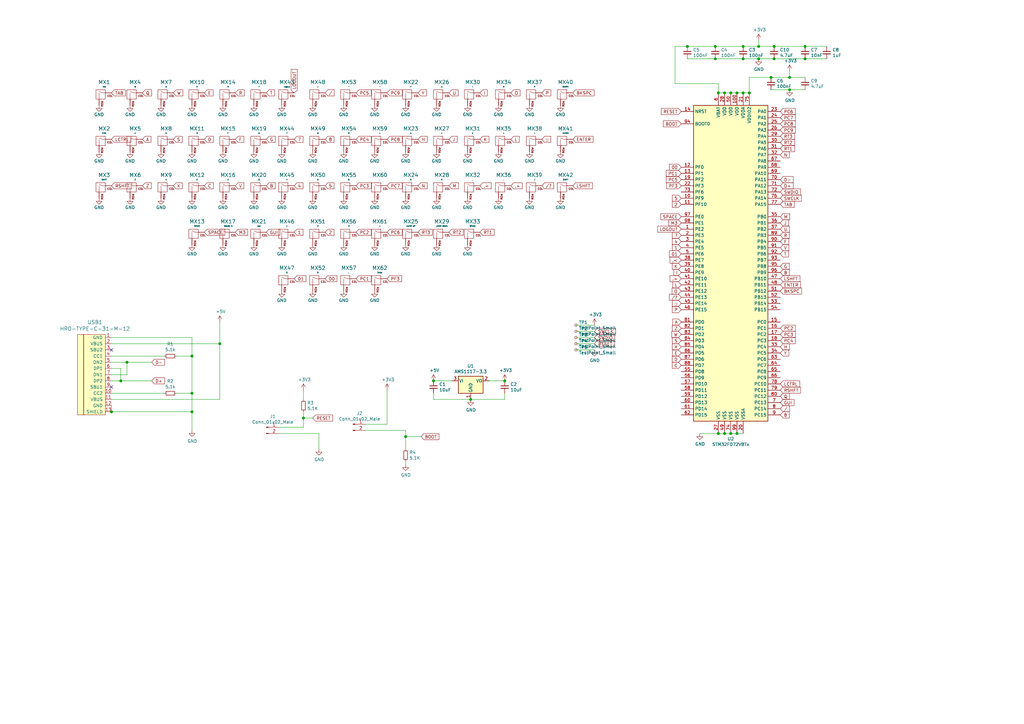
<source format=kicad_sch>
(kicad_sch (version 20210126) (generator eeschema)
  (paper "A3")
  (junction (at 45.72 168.91) (diameter 1.016))
  (junction (at 49.53 156.21) (diameter 1.016))
  (junction (at 52.07 148.59) (diameter 1.016))
  (junction (at 78.74 146.05) (diameter 1.016))
  (junction (at 78.74 161.29) (diameter 1.016))
  (junction (at 78.74 168.91) (diameter 1.016))
  (junction (at 90.17 140.97) (diameter 1.016))
  (junction (at 124.46 171.45) (diameter 1.016))
  (junction (at 166.37 179.07) (diameter 1.016))
  (junction (at 177.8 156.21) (diameter 1.016))
  (junction (at 193.04 163.83) (diameter 1.016))
  (junction (at 207.01 156.21) (diameter 1.016))
  (junction (at 281.94 19.05) (diameter 1.016))
  (junction (at 293.37 19.05) (diameter 1.016))
  (junction (at 293.37 24.13) (diameter 1.016))
  (junction (at 294.64 38.1) (diameter 1.016))
  (junction (at 294.64 177.8) (diameter 1.016))
  (junction (at 297.18 38.1) (diameter 1.016))
  (junction (at 297.18 177.8) (diameter 1.016))
  (junction (at 299.72 38.1) (diameter 1.016))
  (junction (at 299.72 177.8) (diameter 1.016))
  (junction (at 302.26 38.1) (diameter 1.016))
  (junction (at 302.26 177.8) (diameter 1.016))
  (junction (at 304.8 19.05) (diameter 1.016))
  (junction (at 304.8 24.13) (diameter 1.016))
  (junction (at 304.8 38.1) (diameter 1.016))
  (junction (at 307.34 38.1) (diameter 1.016))
  (junction (at 311.15 19.05) (diameter 1.016))
  (junction (at 311.15 24.13) (diameter 1.016))
  (junction (at 316.23 31.75) (diameter 1.016))
  (junction (at 317.5 19.05) (diameter 1.016))
  (junction (at 317.5 24.13) (diameter 1.016))
  (junction (at 323.85 31.75) (diameter 1.016))
  (junction (at 323.85 36.83) (diameter 1.016))
  (junction (at 330.2 19.05) (diameter 1.016))
  (junction (at 330.2 24.13) (diameter 1.016))
  (no_connect (at 45.72 143.51))
  (no_connect (at 45.72 158.75))
  (wire (pts (xy 45.72 138.43) (xy 78.74 138.43)))
  (wire (pts (xy 45.72 140.97) (xy 90.17 140.97)))
  (wire (pts (xy 45.72 146.05) (xy 67.31 146.05)))
  (wire (pts (xy 45.72 148.59) (xy 52.07 148.59)))
  (wire (pts (xy 45.72 151.13) (xy 49.53 151.13)))
  (wire (pts (xy 45.72 153.67) (xy 52.07 153.67)))
  (wire (pts (xy 45.72 156.21) (xy 49.53 156.21)))
  (wire (pts (xy 45.72 161.29) (xy 67.31 161.29)))
  (wire (pts (xy 45.72 163.83) (xy 90.17 163.83)))
  (wire (pts (xy 45.72 166.37) (xy 45.72 168.91)))
  (wire (pts (xy 45.72 168.91) (xy 78.74 168.91)))
  (wire (pts (xy 49.53 151.13) (xy 49.53 156.21)))
  (wire (pts (xy 49.53 156.21) (xy 62.23 156.21)))
  (wire (pts (xy 52.07 148.59) (xy 62.23 148.59)))
  (wire (pts (xy 52.07 153.67) (xy 52.07 148.59)))
  (wire (pts (xy 72.39 146.05) (xy 78.74 146.05)))
  (wire (pts (xy 72.39 161.29) (xy 78.74 161.29)))
  (wire (pts (xy 78.74 138.43) (xy 78.74 146.05)))
  (wire (pts (xy 78.74 146.05) (xy 78.74 161.29)))
  (wire (pts (xy 78.74 161.29) (xy 78.74 168.91)))
  (wire (pts (xy 78.74 168.91) (xy 78.74 176.53)))
  (wire (pts (xy 90.17 140.97) (xy 90.17 132.08)))
  (wire (pts (xy 90.17 163.83) (xy 90.17 140.97)))
  (wire (pts (xy 114.3 175.26) (xy 124.46 175.26)))
  (wire (pts (xy 124.46 160.02) (xy 124.46 163.83)))
  (wire (pts (xy 124.46 171.45) (xy 124.46 168.91)))
  (wire (pts (xy 124.46 171.45) (xy 128.27 171.45)))
  (wire (pts (xy 124.46 175.26) (xy 124.46 171.45)))
  (wire (pts (xy 130.81 177.8) (xy 114.3 177.8)))
  (wire (pts (xy 130.81 184.15) (xy 130.81 177.8)))
  (wire (pts (xy 158.75 160.02) (xy 158.75 173.99)))
  (wire (pts (xy 158.75 173.99) (xy 149.86 173.99)))
  (wire (pts (xy 166.37 176.53) (xy 149.86 176.53)))
  (wire (pts (xy 166.37 176.53) (xy 166.37 179.07)))
  (wire (pts (xy 166.37 179.07) (xy 166.37 184.15)))
  (wire (pts (xy 166.37 179.07) (xy 172.72 179.07)))
  (wire (pts (xy 166.37 190.5) (xy 166.37 189.23)))
  (wire (pts (xy 177.8 156.21) (xy 185.42 156.21)))
  (wire (pts (xy 177.8 163.83) (xy 177.8 161.29)))
  (wire (pts (xy 193.04 163.83) (xy 177.8 163.83)))
  (wire (pts (xy 200.66 156.21) (xy 207.01 156.21)))
  (wire (pts (xy 207.01 161.29) (xy 207.01 163.83)))
  (wire (pts (xy 207.01 163.83) (xy 193.04 163.83)))
  (wire (pts (xy 236.22 133.35) (xy 243.84 133.35)))
  (wire (pts (xy 236.22 135.89) (xy 243.84 135.89)))
  (wire (pts (xy 236.22 138.43) (xy 243.84 138.43)))
  (wire (pts (xy 236.22 140.97) (xy 243.84 140.97)))
  (wire (pts (xy 236.22 143.51) (xy 243.84 143.51)))
  (wire (pts (xy 276.86 19.05) (xy 276.86 34.29)))
  (wire (pts (xy 276.86 34.29) (xy 294.64 34.29)))
  (wire (pts (xy 281.94 19.05) (xy 276.86 19.05)))
  (wire (pts (xy 281.94 19.05) (xy 293.37 19.05)))
  (wire (pts (xy 281.94 24.13) (xy 293.37 24.13)))
  (wire (pts (xy 293.37 19.05) (xy 304.8 19.05)))
  (wire (pts (xy 293.37 24.13) (xy 304.8 24.13)))
  (wire (pts (xy 294.64 34.29) (xy 294.64 38.1)))
  (wire (pts (xy 294.64 38.1) (xy 297.18 38.1)))
  (wire (pts (xy 294.64 177.8) (xy 287.02 177.8)))
  (wire (pts (xy 297.18 38.1) (xy 299.72 38.1)))
  (wire (pts (xy 297.18 177.8) (xy 294.64 177.8)))
  (wire (pts (xy 299.72 38.1) (xy 302.26 38.1)))
  (wire (pts (xy 299.72 177.8) (xy 297.18 177.8)))
  (wire (pts (xy 302.26 38.1) (xy 304.8 38.1)))
  (wire (pts (xy 302.26 177.8) (xy 299.72 177.8)))
  (wire (pts (xy 304.8 19.05) (xy 311.15 19.05)))
  (wire (pts (xy 304.8 24.13) (xy 311.15 24.13)))
  (wire (pts (xy 304.8 38.1) (xy 307.34 38.1)))
  (wire (pts (xy 304.8 177.8) (xy 302.26 177.8)))
  (wire (pts (xy 307.34 31.75) (xy 316.23 31.75)))
  (wire (pts (xy 307.34 38.1) (xy 307.34 31.75)))
  (wire (pts (xy 311.15 16.51) (xy 311.15 19.05)))
  (wire (pts (xy 311.15 19.05) (xy 317.5 19.05)))
  (wire (pts (xy 311.15 24.13) (xy 317.5 24.13)))
  (wire (pts (xy 316.23 31.75) (xy 323.85 31.75)))
  (wire (pts (xy 316.23 36.83) (xy 323.85 36.83)))
  (wire (pts (xy 317.5 19.05) (xy 330.2 19.05)))
  (wire (pts (xy 317.5 24.13) (xy 330.2 24.13)))
  (wire (pts (xy 323.85 29.21) (xy 323.85 31.75)))
  (wire (pts (xy 323.85 31.75) (xy 330.2 31.75)))
  (wire (pts (xy 323.85 36.83) (xy 330.2 36.83)))
  (wire (pts (xy 330.2 19.05) (xy 339.09 19.05)))
  (wire (pts (xy 330.2 24.13) (xy 339.09 24.13)))
  (global_label "TAB" (shape input) (at 45.72 38.1 0) (property "Intersheet References" "${INTERSHEET_REFS}" (effects hide)))
  (global_label "LCTRL" (shape input) (at 45.72 57.15 0) (property "Intersheet References" "${INTERSHEET_REFS}" (effects hide)))
  (global_label "RSHFT" (shape input) (at 45.72 76.2 0) (property "Intersheet References" "${INTERSHEET_REFS}" (effects hide)))
  (global_label "Q" (shape input) (at 58.42 38.1 0) (property "Intersheet References" "${INTERSHEET_REFS}" (effects hide)))
  (global_label "A" (shape input) (at 58.42 57.15 0) (property "Intersheet References" "${INTERSHEET_REFS}" (effects hide)))
  (global_label "Z" (shape input) (at 58.42 76.2 0) (property "Intersheet References" "${INTERSHEET_REFS}" (effects hide)))
  (global_label "D-" (shape input) (at 62.23 148.59 0) (property "Intersheet References" "${INTERSHEET_REFS}" (effects hide)))
  (global_label "D+" (shape input) (at 62.23 156.21 0) (property "Intersheet References" "${INTERSHEET_REFS}" (effects hide)))
  (global_label "W" (shape input) (at 71.12 38.1 0) (property "Intersheet References" "${INTERSHEET_REFS}" (effects hide)))
  (global_label "S" (shape input) (at 71.12 57.15 0) (property "Intersheet References" "${INTERSHEET_REFS}" (effects hide)))
  (global_label "X" (shape input) (at 71.12 76.2 0) (property "Intersheet References" "${INTERSHEET_REFS}" (effects hide)))
  (global_label "E" (shape input) (at 83.82 38.1 0) (property "Intersheet References" "${INTERSHEET_REFS}" (effects hide)))
  (global_label "D" (shape input) (at 83.82 57.15 0) (property "Intersheet References" "${INTERSHEET_REFS}" (effects hide)))
  (global_label "C" (shape input) (at 83.82 76.2 0) (property "Intersheet References" "${INTERSHEET_REFS}" (effects hide)))
  (global_label "SPACE" (shape input) (at 83.82 95.25 0) (property "Intersheet References" "${INTERSHEET_REFS}" (effects hide)))
  (global_label "R" (shape input) (at 96.52 38.1 0) (property "Intersheet References" "${INTERSHEET_REFS}" (effects hide)))
  (global_label "F" (shape input) (at 96.52 57.15 0) (property "Intersheet References" "${INTERSHEET_REFS}" (effects hide)))
  (global_label "V" (shape input) (at 96.52 76.2 0) (property "Intersheet References" "${INTERSHEET_REFS}" (effects hide)))
  (global_label "M3" (shape input) (at 96.52 95.25 0) (property "Intersheet References" "${INTERSHEET_REFS}" (effects hide)))
  (global_label "T" (shape input) (at 109.22 38.1 0) (property "Intersheet References" "${INTERSHEET_REFS}" (effects hide)))
  (global_label "G" (shape input) (at 109.22 57.15 0) (property "Intersheet References" "${INTERSHEET_REFS}" (effects hide)))
  (global_label "B" (shape input) (at 109.22 76.2 0) (property "Intersheet References" "${INTERSHEET_REFS}" (effects hide)))
  (global_label "GUI" (shape input) (at 109.22 95.25 0) (property "Intersheet References" "${INTERSHEET_REFS}" (effects hide)))
  (global_label "LOGOUT" (shape input) (at 120.65 38.1 90) (property "Intersheet References" "${INTERSHEET_REFS}" (effects hide)))
  (global_label "7" (shape input) (at 120.65 57.15 0) (property "Intersheet References" "${INTERSHEET_REFS}" (effects hide)))
  (global_label "4" (shape input) (at 120.65 76.2 0) (property "Intersheet References" "${INTERSHEET_REFS}" (effects hide)))
  (global_label "1" (shape input) (at 120.65 95.25 0) (property "Intersheet References" "${INTERSHEET_REFS}" (effects hide)))
  (global_label "01" (shape input) (at 120.65 114.3 0) (property "Intersheet References" "${INTERSHEET_REFS}" (effects hide)))
  (global_label "RESET" (shape input) (at 128.27 171.45 0) (property "Intersheet References" "${INTERSHEET_REFS}" (effects hide)))
  (global_label "{slash}" (shape input) (at 133.35 38.1 0) (property "Intersheet References" "${INTERSHEET_REFS}" (effects hide)))
  (global_label "8" (shape input) (at 133.35 57.15 0) (property "Intersheet References" "${INTERSHEET_REFS}" (effects hide)))
  (global_label "5" (shape input) (at 133.35 76.2 0) (property "Intersheet References" "${INTERSHEET_REFS}" (effects hide)))
  (global_label "2" (shape input) (at 133.35 95.25 0) (property "Intersheet References" "${INTERSHEET_REFS}" (effects hide)))
  (global_label "00" (shape input) (at 133.35 114.3 0) (property "Intersheet References" "${INTERSHEET_REFS}" (effects hide)))
  (global_label "PC5" (shape input) (at 146.05 38.1 0) (property "Intersheet References" "${INTERSHEET_REFS}" (effects hide)))
  (global_label "PC4" (shape input) (at 146.05 57.15 0) (property "Intersheet References" "${INTERSHEET_REFS}" (effects hide)))
  (global_label "PC3" (shape input) (at 146.05 76.2 0) (property "Intersheet References" "${INTERSHEET_REFS}" (effects hide)))
  (global_label "PC2" (shape input) (at 146.05 95.25 0) (property "Intersheet References" "${INTERSHEET_REFS}" (effects hide)))
  (global_label "PC1" (shape input) (at 146.05 114.3 0) (property "Intersheet References" "${INTERSHEET_REFS}" (effects hide)))
  (global_label "PC9" (shape input) (at 158.75 38.1 0) (property "Intersheet References" "${INTERSHEET_REFS}" (effects hide)))
  (global_label "PC8" (shape input) (at 158.75 57.15 0) (property "Intersheet References" "${INTERSHEET_REFS}" (effects hide)))
  (global_label "PC7" (shape input) (at 158.75 76.2 0) (property "Intersheet References" "${INTERSHEET_REFS}" (effects hide)))
  (global_label "PC6" (shape input) (at 158.75 95.25 0) (property "Intersheet References" "${INTERSHEET_REFS}" (effects hide)))
  (global_label "PF3" (shape input) (at 158.75 114.3 0) (property "Intersheet References" "${INTERSHEET_REFS}" (effects hide)))
  (global_label "Y" (shape input) (at 171.45 38.1 0) (property "Intersheet References" "${INTERSHEET_REFS}" (effects hide)))
  (global_label "H" (shape input) (at 171.45 57.15 0) (property "Intersheet References" "${INTERSHEET_REFS}" (effects hide)))
  (global_label "N" (shape input) (at 171.45 76.2 0) (property "Intersheet References" "${INTERSHEET_REFS}" (effects hide)))
  (global_label "RT3" (shape input) (at 171.45 95.25 0) (property "Intersheet References" "${INTERSHEET_REFS}" (effects hide)))
  (global_label "BOOT" (shape input) (at 172.72 179.07 0) (property "Intersheet References" "${INTERSHEET_REFS}" (effects hide)))
  (global_label "U" (shape input) (at 184.15 38.1 0) (property "Intersheet References" "${INTERSHEET_REFS}" (effects hide)))
  (global_label "J" (shape input) (at 184.15 57.15 0) (property "Intersheet References" "${INTERSHEET_REFS}" (effects hide)))
  (global_label "M" (shape input) (at 184.15 76.2 0) (property "Intersheet References" "${INTERSHEET_REFS}" (effects hide)))
  (global_label "RT2" (shape input) (at 184.15 95.25 0) (property "Intersheet References" "${INTERSHEET_REFS}" (effects hide)))
  (global_label "I" (shape input) (at 196.85 38.1 0) (property "Intersheet References" "${INTERSHEET_REFS}" (effects hide)))
  (global_label "K" (shape input) (at 196.85 57.15 0) (property "Intersheet References" "${INTERSHEET_REFS}" (effects hide)))
  (global_label ",<" (shape input) (at 196.85 76.2 0) (property "Intersheet References" "${INTERSHEET_REFS}" (effects hide)))
  (global_label "RT1" (shape input) (at 196.85 95.25 0) (property "Intersheet References" "${INTERSHEET_REFS}" (effects hide)))
  (global_label "O" (shape input) (at 209.55 38.1 0) (property "Intersheet References" "${INTERSHEET_REFS}" (effects hide)))
  (global_label "L" (shape input) (at 209.55 57.15 0) (property "Intersheet References" "${INTERSHEET_REFS}" (effects hide)))
  (global_label ".>" (shape input) (at 209.55 76.2 0) (property "Intersheet References" "${INTERSHEET_REFS}" (effects hide)))
  (global_label "P" (shape input) (at 222.25 38.1 0) (property "Intersheet References" "${INTERSHEET_REFS}" (effects hide)))
  (global_label ";:" (shape input) (at 222.25 57.15 0) (property "Intersheet References" "${INTERSHEET_REFS}" (effects hide)))
  (global_label "{slash}?" (shape input) (at 222.25 76.2 0) (property "Intersheet References" "${INTERSHEET_REFS}" (effects hide)))
  (global_label "BKSPC" (shape input) (at 234.95 38.1 0) (property "Intersheet References" "${INTERSHEET_REFS}" (effects hide)))
  (global_label "ENTER" (shape input) (at 234.95 57.15 0) (property "Intersheet References" "${INTERSHEET_REFS}" (effects hide)))
  (global_label "LSHFT" (shape input) (at 234.95 76.2 0) (property "Intersheet References" "${INTERSHEET_REFS}" (effects hide)))
  (global_label "SWCLK" (shape input) (at 243.84 135.89 0) (property "Intersheet References" "${INTERSHEET_REFS}" (effects hide)))
  (global_label "SWDIO" (shape input) (at 243.84 138.43 0) (property "Intersheet References" "${INTERSHEET_REFS}" (effects hide)))
  (global_label "RESET" (shape input) (at 243.84 140.97 0) (property "Intersheet References" "${INTERSHEET_REFS}" (effects hide)))
  (global_label "RESET" (shape input) (at 279.4 45.72 180) (property "Intersheet References" "${INTERSHEET_REFS}" (effects hide)))
  (global_label "BOOT" (shape input) (at 279.4 50.8 180) (property "Intersheet References" "${INTERSHEET_REFS}" (effects hide)))
  (global_label "00" (shape input) (at 279.4 68.58 180) (property "Intersheet References" "${INTERSHEET_REFS}" (effects hide)))
  (global_label "PC1" (shape input) (at 279.4 71.12 180) (property "Intersheet References" "${INTERSHEET_REFS}" (effects hide)))
  (global_label "PC5" (shape input) (at 279.4 73.66 180) (property "Intersheet References" "${INTERSHEET_REFS}" (effects hide)))
  (global_label "PF3" (shape input) (at 279.4 76.2 180) (property "Intersheet References" "${INTERSHEET_REFS}" (effects hide)))
  (global_label "5" (shape input) (at 279.4 81.28 180) (property "Intersheet References" "${INTERSHEET_REFS}" (effects hide)))
  (global_label "2" (shape input) (at 279.4 83.82 180) (property "Intersheet References" "${INTERSHEET_REFS}" (effects hide)))
  (global_label "SPACE" (shape input) (at 279.4 88.9 180) (property "Intersheet References" "${INTERSHEET_REFS}" (effects hide)))
  (global_label "M3" (shape input) (at 279.4 91.44 180) (property "Intersheet References" "${INTERSHEET_REFS}" (effects hide)))
  (global_label "LOGOUT" (shape input) (at 279.4 93.98 180) (property "Intersheet References" "${INTERSHEET_REFS}" (effects hide)))
  (global_label "7" (shape input) (at 279.4 96.52 180) (property "Intersheet References" "${INTERSHEET_REFS}" (effects hide)))
  (global_label "4" (shape input) (at 279.4 99.06 180) (property "Intersheet References" "${INTERSHEET_REFS}" (effects hide)))
  (global_label "1" (shape input) (at 279.4 101.6 180) (property "Intersheet References" "${INTERSHEET_REFS}" (effects hide)))
  (global_label "01" (shape input) (at 279.4 104.14 180) (property "Intersheet References" "${INTERSHEET_REFS}" (effects hide)))
  (global_label ",<" (shape input) (at 279.4 106.68 180) (property "Intersheet References" "${INTERSHEET_REFS}" (effects hide)))
  (global_label "K" (shape input) (at 279.4 109.22 180) (property "Intersheet References" "${INTERSHEET_REFS}" (effects hide)))
  (global_label "I" (shape input) (at 279.4 111.76 180) (property "Intersheet References" "${INTERSHEET_REFS}" (effects hide)))
  (global_label ".>" (shape input) (at 279.4 114.3 180) (property "Intersheet References" "${INTERSHEET_REFS}" (effects hide)))
  (global_label "L" (shape input) (at 279.4 116.84 180) (property "Intersheet References" "${INTERSHEET_REFS}" (effects hide)))
  (global_label "O" (shape input) (at 279.4 119.38 180) (property "Intersheet References" "${INTERSHEET_REFS}" (effects hide)))
  (global_label "{slash}?" (shape input) (at 279.4 121.92 180) (property "Intersheet References" "${INTERSHEET_REFS}" (effects hide)))
  (global_label ";:" (shape input) (at 279.4 124.46 180) (property "Intersheet References" "${INTERSHEET_REFS}" (effects hide)))
  (global_label "P" (shape input) (at 279.4 127 180) (property "Intersheet References" "${INTERSHEET_REFS}" (effects hide)))
  (global_label "A" (shape input) (at 279.4 132.08 180) (property "Intersheet References" "${INTERSHEET_REFS}" (effects hide)))
  (global_label "Z" (shape input) (at 279.4 134.62 180) (property "Intersheet References" "${INTERSHEET_REFS}" (effects hide)))
  (global_label "W" (shape input) (at 279.4 137.16 180) (property "Intersheet References" "${INTERSHEET_REFS}" (effects hide)))
  (global_label "S" (shape input) (at 279.4 139.7 180) (property "Intersheet References" "${INTERSHEET_REFS}" (effects hide)))
  (global_label "X" (shape input) (at 279.4 142.24 180) (property "Intersheet References" "${INTERSHEET_REFS}" (effects hide)))
  (global_label "E" (shape input) (at 279.4 144.78 180) (property "Intersheet References" "${INTERSHEET_REFS}" (effects hide)))
  (global_label "D" (shape input) (at 279.4 147.32 180) (property "Intersheet References" "${INTERSHEET_REFS}" (effects hide)))
  (global_label "C" (shape input) (at 279.4 149.86 180) (property "Intersheet References" "${INTERSHEET_REFS}" (effects hide)))
  (global_label "PC6" (shape input) (at 320.04 45.72 0) (property "Intersheet References" "${INTERSHEET_REFS}" (effects hide)))
  (global_label "PC7" (shape input) (at 320.04 48.26 0) (property "Intersheet References" "${INTERSHEET_REFS}" (effects hide)))
  (global_label "PC8" (shape input) (at 320.04 50.8 0) (property "Intersheet References" "${INTERSHEET_REFS}" (effects hide)))
  (global_label "PC9" (shape input) (at 320.04 53.34 0) (property "Intersheet References" "${INTERSHEET_REFS}" (effects hide)))
  (global_label "RT3" (shape input) (at 320.04 55.88 0) (property "Intersheet References" "${INTERSHEET_REFS}" (effects hide)))
  (global_label "RT2" (shape input) (at 320.04 58.42 0) (property "Intersheet References" "${INTERSHEET_REFS}" (effects hide)))
  (global_label "RT1" (shape input) (at 320.04 60.96 0) (property "Intersheet References" "${INTERSHEET_REFS}" (effects hide)))
  (global_label "N" (shape input) (at 320.04 63.5 0) (property "Intersheet References" "${INTERSHEET_REFS}" (effects hide)))
  (global_label "D-" (shape input) (at 320.04 73.66 0) (property "Intersheet References" "${INTERSHEET_REFS}" (effects hide)))
  (global_label "D+" (shape input) (at 320.04 76.2 0) (property "Intersheet References" "${INTERSHEET_REFS}" (effects hide)))
  (global_label "SWDIO" (shape input) (at 320.04 78.74 0) (property "Intersheet References" "${INTERSHEET_REFS}" (effects hide)))
  (global_label "SWCLK" (shape input) (at 320.04 81.28 0) (property "Intersheet References" "${INTERSHEET_REFS}" (effects hide)))
  (global_label "TAB" (shape input) (at 320.04 83.82 0) (property "Intersheet References" "${INTERSHEET_REFS}" (effects hide)))
  (global_label "M" (shape input) (at 320.04 88.9 0) (property "Intersheet References" "${INTERSHEET_REFS}" (effects hide)))
  (global_label "J" (shape input) (at 320.04 91.44 0) (property "Intersheet References" "${INTERSHEET_REFS}" (effects hide)))
  (global_label "U" (shape input) (at 320.04 93.98 0) (property "Intersheet References" "${INTERSHEET_REFS}" (effects hide)))
  (global_label "R" (shape input) (at 320.04 96.52 0) (property "Intersheet References" "${INTERSHEET_REFS}" (effects hide)))
  (global_label "F" (shape input) (at 320.04 99.06 0) (property "Intersheet References" "${INTERSHEET_REFS}" (effects hide)))
  (global_label "V" (shape input) (at 320.04 101.6 0) (property "Intersheet References" "${INTERSHEET_REFS}" (effects hide)))
  (global_label "T" (shape input) (at 320.04 104.14 0) (property "Intersheet References" "${INTERSHEET_REFS}" (effects hide)))
  (global_label "G" (shape input) (at 320.04 109.22 0) (property "Intersheet References" "${INTERSHEET_REFS}" (effects hide)))
  (global_label "B" (shape input) (at 320.04 111.76 0) (property "Intersheet References" "${INTERSHEET_REFS}" (effects hide)))
  (global_label "LSHFT" (shape input) (at 320.04 114.3 0) (property "Intersheet References" "${INTERSHEET_REFS}" (effects hide)))
  (global_label "ENTER" (shape input) (at 320.04 116.84 0) (property "Intersheet References" "${INTERSHEET_REFS}" (effects hide)))
  (global_label "BKSPC" (shape input) (at 320.04 119.38 0) (property "Intersheet References" "${INTERSHEET_REFS}" (effects hide)))
  (global_label "PC2" (shape input) (at 320.04 134.62 0) (property "Intersheet References" "${INTERSHEET_REFS}" (effects hide)))
  (global_label "PC3" (shape input) (at 320.04 137.16 0) (property "Intersheet References" "${INTERSHEET_REFS}" (effects hide)))
  (global_label "PC4" (shape input) (at 320.04 139.7 0) (property "Intersheet References" "${INTERSHEET_REFS}" (effects hide)))
  (global_label "H" (shape input) (at 320.04 142.24 0) (property "Intersheet References" "${INTERSHEET_REFS}" (effects hide)))
  (global_label "Y" (shape input) (at 320.04 144.78 0) (property "Intersheet References" "${INTERSHEET_REFS}" (effects hide)))
  (global_label "LCTRL" (shape input) (at 320.04 157.48 0) (property "Intersheet References" "${INTERSHEET_REFS}" (effects hide)))
  (global_label "RSHFT" (shape input) (at 320.04 160.02 0) (property "Intersheet References" "${INTERSHEET_REFS}" (effects hide)))
  (global_label "Q" (shape input) (at 320.04 162.56 0) (property "Intersheet References" "${INTERSHEET_REFS}" (effects hide)))
  (global_label "GUI" (shape input) (at 320.04 165.1 0) (property "Intersheet References" "${INTERSHEET_REFS}" (effects hide)))
  (global_label "{slash}" (shape input) (at 320.04 167.64 0) (property "Intersheet References" "${INTERSHEET_REFS}" (effects hide)))
  (global_label "8" (shape input) (at 320.04 170.18 0) (property "Intersheet References" "${INTERSHEET_REFS}" (effects hide)))
  (symbol (lib_id "Connector:TestPoint_Small") (at 236.22 133.35 0) (unit 1)
    (property "Reference" "TP1" (at 237.3631 132.2006 0) (effects (justify left)))
    (property "Value" "TestPoint_Small" (at 237.3631 134.4993 0) (effects (justify left)))
    (property "Footprint" "TestPoint:TestPoint_Pad_D1.0mm" (effects hide))
  )
  (symbol (lib_id "Connector:TestPoint_Small") (at 236.22 135.89 0) (unit 1)
    (property "Reference" "TP2" (at 237.3631 134.7406 0) (effects (justify left)))
    (property "Value" "TestPoint_Small" (at 237.3631 137.0393 0) (effects (justify left)))
    (property "Footprint" "TestPoint:TestPoint_Pad_D1.0mm" (effects hide))
  )
  (symbol (lib_id "Connector:TestPoint_Small") (at 236.22 138.43 0) (unit 1)
    (property "Reference" "TP3" (at 237.3631 137.2806 0) (effects (justify left)))
    (property "Value" "TestPoint_Small" (at 237.3631 139.5793 0) (effects (justify left)))
    (property "Footprint" "TestPoint:TestPoint_Pad_D1.0mm" (effects hide))
  )
  (symbol (lib_id "Connector:TestPoint_Small") (at 236.22 140.97 0) (unit 1)
    (property "Reference" "TP4" (at 237.3631 139.8206 0) (effects (justify left)))
    (property "Value" "TestPoint_Small" (at 237.3631 142.1193 0) (effects (justify left)))
    (property "Footprint" "TestPoint:TestPoint_Pad_D1.0mm" (effects hide))
  )
  (symbol (lib_id "Connector:TestPoint_Small") (at 236.22 143.51 0) (unit 1)
    (property "Reference" "TP5" (at 237.3631 142.3606 0) (effects (justify left)))
    (property "Value" "TestPoint_Small" (at 237.3631 144.6593 0) (effects (justify left)))
    (property "Footprint" "TestPoint:TestPoint_Pad_D1.0mm" (effects hide))
  )
  (symbol (lib_id "power:+5V") (at 90.17 132.08 0) (unit 1)
    (property "Reference" "#PWR02" (effects hide))
    (property "Value" "+5V" (at 90.5383 127.7556 0))
  )
  (symbol (lib_id "power:+3V3") (at 124.46 160.02 0) (unit 1)
    (property "Reference" "#PWR070" (effects hide))
    (property "Value" "+3V3" (at 124.8283 155.6956 0))
  )
  (symbol (lib_id "power:+3V3") (at 158.75 160.02 0) (unit 1)
    (property "Reference" "#PWR072" (effects hide))
    (property "Value" "+3V3" (at 159.1183 155.6956 0))
  )
  (symbol (lib_id "power:+5V") (at 177.8 156.21 0) (unit 1)
    (property "Reference" "#PWR03" (effects hide))
    (property "Value" "+5V" (at 178.1683 151.8856 0))
  )
  (symbol (lib_id "power:+3V3") (at 207.01 156.21 0) (unit 1)
    (property "Reference" "#PWR05" (effects hide))
    (property "Value" "+3V3" (at 207.3783 151.8856 0))
  )
  (symbol (lib_id "power:+3V3") (at 243.84 133.35 0) (unit 1)
    (property "Reference" "#PWR074" (effects hide))
    (property "Value" "+3V3" (at 244.2083 129.0256 0))
  )
  (symbol (lib_id "power:+3V3") (at 311.15 16.51 0) (unit 1)
    (property "Reference" "#PWR?" (effects hide))
    (property "Value" "+3V3" (at 311.5183 12.1856 0))
  )
  (symbol (lib_id "power:+3V3") (at 323.85 29.21 0) (unit 1)
    (property "Reference" "#PWR?" (effects hide))
    (property "Value" "+3V3" (at 324.2183 24.8856 0))
  )
  (symbol (lib_id "power:GND") (at 40.64 43.18 0) (unit 1)
    (property "Reference" "#PWR08" (effects hide))
    (property "Value" "GND" (at 40.64 46.99 0))
    (property "Footprint" "Diode_SMD:D_0805_2012Metric_Pad1.15x1.40mm_HandSolder" (effects hide))
  )
  (symbol (lib_id "power:GND") (at 40.64 62.23 0) (unit 1)
    (property "Reference" "#PWR09" (effects hide))
    (property "Value" "GND" (at 40.64 66.04 0))
    (property "Footprint" "Diode_SMD:D_0805_2012Metric_Pad1.15x1.40mm_HandSolder" (effects hide))
  )
  (symbol (lib_id "power:GND") (at 40.64 81.28 0) (unit 1)
    (property "Reference" "#PWR010" (effects hide))
    (property "Value" "GND" (at 40.64 85.09 0))
    (property "Footprint" "Diode_SMD:D_0805_2012Metric_Pad1.15x1.40mm_HandSolder" (effects hide))
  )
  (symbol (lib_id "power:GND") (at 53.34 43.18 0) (unit 1)
    (property "Reference" "#PWR011" (effects hide))
    (property "Value" "GND" (at 53.34 46.99 0))
    (property "Footprint" "Diode_SMD:D_0805_2012Metric_Pad1.15x1.40mm_HandSolder" (effects hide))
  )
  (symbol (lib_id "power:GND") (at 53.34 62.23 0) (unit 1)
    (property "Reference" "#PWR012" (effects hide))
    (property "Value" "GND" (at 53.34 66.04 0))
    (property "Footprint" "Diode_SMD:D_0805_2012Metric_Pad1.15x1.40mm_HandSolder" (effects hide))
  )
  (symbol (lib_id "power:GND") (at 53.34 81.28 0) (unit 1)
    (property "Reference" "#PWR013" (effects hide))
    (property "Value" "GND" (at 53.34 85.09 0))
    (property "Footprint" "Diode_SMD:D_0805_2012Metric_Pad1.15x1.40mm_HandSolder" (effects hide))
  )
  (symbol (lib_id "power:GND") (at 66.04 43.18 0) (unit 1)
    (property "Reference" "#PWR014" (effects hide))
    (property "Value" "GND" (at 66.04 46.99 0))
    (property "Footprint" "Diode_SMD:D_0805_2012Metric_Pad1.15x1.40mm_HandSolder" (effects hide))
  )
  (symbol (lib_id "power:GND") (at 66.04 62.23 0) (unit 1)
    (property "Reference" "#PWR015" (effects hide))
    (property "Value" "GND" (at 66.04 66.04 0))
    (property "Footprint" "Diode_SMD:D_0805_2012Metric_Pad1.15x1.40mm_HandSolder" (effects hide))
  )
  (symbol (lib_id "power:GND") (at 66.04 81.28 0) (unit 1)
    (property "Reference" "#PWR016" (effects hide))
    (property "Value" "GND" (at 66.04 85.09 0))
    (property "Footprint" "Diode_SMD:D_0805_2012Metric_Pad1.15x1.40mm_HandSolder" (effects hide))
  )
  (symbol (lib_id "power:GND") (at 78.74 43.18 0) (unit 1)
    (property "Reference" "#PWR017" (effects hide))
    (property "Value" "GND" (at 78.74 46.99 0))
    (property "Footprint" "Diode_SMD:D_0805_2012Metric_Pad1.15x1.40mm_HandSolder" (effects hide))
  )
  (symbol (lib_id "power:GND") (at 78.74 62.23 0) (unit 1)
    (property "Reference" "#PWR018" (effects hide))
    (property "Value" "GND" (at 78.74 66.04 0))
    (property "Footprint" "Diode_SMD:D_0805_2012Metric_Pad1.15x1.40mm_HandSolder" (effects hide))
  )
  (symbol (lib_id "power:GND") (at 78.74 81.28 0) (unit 1)
    (property "Reference" "#PWR019" (effects hide))
    (property "Value" "GND" (at 78.74 85.09 0))
    (property "Footprint" "Diode_SMD:D_0805_2012Metric_Pad1.15x1.40mm_HandSolder" (effects hide))
  )
  (symbol (lib_id "power:GND") (at 78.74 100.33 0) (unit 1)
    (property "Reference" "#PWR020" (effects hide))
    (property "Value" "GND" (at 78.74 104.14 0))
    (property "Footprint" "Diode_SMD:D_0805_2012Metric_Pad1.15x1.40mm_HandSolder" (effects hide))
  )
  (symbol (lib_id "Hangulator-rescue:GND-power") (at 78.74 176.53 0) (unit 1)
    (property "Reference" "#PWR01" (effects hide))
    (property "Value" "GND" (at 78.867 180.9242 0))
  )
  (symbol (lib_id "power:GND") (at 91.44 43.18 0) (unit 1)
    (property "Reference" "#PWR021" (effects hide))
    (property "Value" "GND" (at 91.44 46.99 0))
    (property "Footprint" "Diode_SMD:D_0805_2012Metric_Pad1.15x1.40mm_HandSolder" (effects hide))
  )
  (symbol (lib_id "power:GND") (at 91.44 62.23 0) (unit 1)
    (property "Reference" "#PWR022" (effects hide))
    (property "Value" "GND" (at 91.44 66.04 0))
    (property "Footprint" "Diode_SMD:D_0805_2012Metric_Pad1.15x1.40mm_HandSolder" (effects hide))
  )
  (symbol (lib_id "power:GND") (at 91.44 81.28 0) (unit 1)
    (property "Reference" "#PWR023" (effects hide))
    (property "Value" "GND" (at 91.44 85.09 0))
    (property "Footprint" "Diode_SMD:D_0805_2012Metric_Pad1.15x1.40mm_HandSolder" (effects hide))
  )
  (symbol (lib_id "power:GND") (at 91.44 100.33 0) (unit 1)
    (property "Reference" "#PWR024" (effects hide))
    (property "Value" "GND" (at 91.44 104.14 0))
    (property "Footprint" "Diode_SMD:D_0805_2012Metric_Pad1.15x1.40mm_HandSolder" (effects hide))
  )
  (symbol (lib_id "power:GND") (at 104.14 43.18 0) (unit 1)
    (property "Reference" "#PWR025" (effects hide))
    (property "Value" "GND" (at 104.14 46.99 0))
    (property "Footprint" "Diode_SMD:D_0805_2012Metric_Pad1.15x1.40mm_HandSolder" (effects hide))
  )
  (symbol (lib_id "power:GND") (at 104.14 62.23 0) (unit 1)
    (property "Reference" "#PWR026" (effects hide))
    (property "Value" "GND" (at 104.14 66.04 0))
    (property "Footprint" "Diode_SMD:D_0805_2012Metric_Pad1.15x1.40mm_HandSolder" (effects hide))
  )
  (symbol (lib_id "power:GND") (at 104.14 81.28 0) (unit 1)
    (property "Reference" "#PWR027" (effects hide))
    (property "Value" "GND" (at 104.14 85.09 0))
    (property "Footprint" "Diode_SMD:D_0805_2012Metric_Pad1.15x1.40mm_HandSolder" (effects hide))
  )
  (symbol (lib_id "power:GND") (at 104.14 100.33 0) (unit 1)
    (property "Reference" "#PWR028" (effects hide))
    (property "Value" "GND" (at 104.14 104.14 0))
    (property "Footprint" "Diode_SMD:D_0805_2012Metric_Pad1.15x1.40mm_HandSolder" (effects hide))
  )
  (symbol (lib_id "power:GND") (at 115.57 43.18 0) (unit 1)
    (property "Reference" "#PWR029" (effects hide))
    (property "Value" "GND" (at 115.57 46.99 0))
    (property "Footprint" "Diode_SMD:D_0805_2012Metric_Pad1.15x1.40mm_HandSolder" (effects hide))
  )
  (symbol (lib_id "power:GND") (at 115.57 62.23 0) (unit 1)
    (property "Reference" "#PWR030" (effects hide))
    (property "Value" "GND" (at 115.57 66.04 0))
    (property "Footprint" "Diode_SMD:D_0805_2012Metric_Pad1.15x1.40mm_HandSolder" (effects hide))
  )
  (symbol (lib_id "power:GND") (at 115.57 81.28 0) (unit 1)
    (property "Reference" "#PWR031" (effects hide))
    (property "Value" "GND" (at 115.57 85.09 0))
    (property "Footprint" "Diode_SMD:D_0805_2012Metric_Pad1.15x1.40mm_HandSolder" (effects hide))
  )
  (symbol (lib_id "power:GND") (at 115.57 100.33 0) (unit 1)
    (property "Reference" "#PWR032" (effects hide))
    (property "Value" "GND" (at 115.57 104.14 0))
    (property "Footprint" "Diode_SMD:D_0805_2012Metric_Pad1.15x1.40mm_HandSolder" (effects hide))
  )
  (symbol (lib_id "power:GND") (at 115.57 119.38 0) (unit 1)
    (property "Reference" "#PWR033" (effects hide))
    (property "Value" "GND" (at 115.57 123.19 0))
    (property "Footprint" "Diode_SMD:D_0805_2012Metric_Pad1.15x1.40mm_HandSolder" (effects hide))
  )
  (symbol (lib_id "power:GND") (at 128.27 43.18 0) (unit 1)
    (property "Reference" "#PWR034" (effects hide))
    (property "Value" "GND" (at 128.27 46.99 0))
    (property "Footprint" "Diode_SMD:D_0805_2012Metric_Pad1.15x1.40mm_HandSolder" (effects hide))
  )
  (symbol (lib_id "power:GND") (at 128.27 62.23 0) (unit 1)
    (property "Reference" "#PWR035" (effects hide))
    (property "Value" "GND" (at 128.27 66.04 0))
    (property "Footprint" "Diode_SMD:D_0805_2012Metric_Pad1.15x1.40mm_HandSolder" (effects hide))
  )
  (symbol (lib_id "power:GND") (at 128.27 81.28 0) (unit 1)
    (property "Reference" "#PWR036" (effects hide))
    (property "Value" "GND" (at 128.27 85.09 0))
    (property "Footprint" "Diode_SMD:D_0805_2012Metric_Pad1.15x1.40mm_HandSolder" (effects hide))
  )
  (symbol (lib_id "power:GND") (at 128.27 100.33 0) (unit 1)
    (property "Reference" "#PWR037" (effects hide))
    (property "Value" "GND" (at 128.27 104.14 0))
    (property "Footprint" "Diode_SMD:D_0805_2012Metric_Pad1.15x1.40mm_HandSolder" (effects hide))
  )
  (symbol (lib_id "power:GND") (at 128.27 119.38 0) (unit 1)
    (property "Reference" "#PWR038" (effects hide))
    (property "Value" "GND" (at 128.27 123.19 0))
    (property "Footprint" "Diode_SMD:D_0805_2012Metric_Pad1.15x1.40mm_HandSolder" (effects hide))
  )
  (symbol (lib_id "power:GND") (at 130.81 184.15 0) (unit 1)
    (property "Reference" "#PWR071" (effects hide))
    (property "Value" "GND" (at 130.9243 188.4744 0))
  )
  (symbol (lib_id "power:GND") (at 140.97 43.18 0) (unit 1)
    (property "Reference" "#PWR039" (effects hide))
    (property "Value" "GND" (at 140.97 46.99 0))
    (property "Footprint" "Diode_SMD:D_0805_2012Metric_Pad1.15x1.40mm_HandSolder" (effects hide))
  )
  (symbol (lib_id "power:GND") (at 140.97 62.23 0) (unit 1)
    (property "Reference" "#PWR040" (effects hide))
    (property "Value" "GND" (at 140.97 66.04 0))
    (property "Footprint" "Diode_SMD:D_0805_2012Metric_Pad1.15x1.40mm_HandSolder" (effects hide))
  )
  (symbol (lib_id "power:GND") (at 140.97 81.28 0) (unit 1)
    (property "Reference" "#PWR041" (effects hide))
    (property "Value" "GND" (at 140.97 85.09 0))
    (property "Footprint" "Diode_SMD:D_0805_2012Metric_Pad1.15x1.40mm_HandSolder" (effects hide))
  )
  (symbol (lib_id "power:GND") (at 140.97 100.33 0) (unit 1)
    (property "Reference" "#PWR042" (effects hide))
    (property "Value" "GND" (at 140.97 104.14 0))
    (property "Footprint" "Diode_SMD:D_0805_2012Metric_Pad1.15x1.40mm_HandSolder" (effects hide))
  )
  (symbol (lib_id "power:GND") (at 140.97 119.38 0) (unit 1)
    (property "Reference" "#PWR043" (effects hide))
    (property "Value" "GND" (at 140.97 123.19 0))
    (property "Footprint" "Diode_SMD:D_0805_2012Metric_Pad1.15x1.40mm_HandSolder" (effects hide))
  )
  (symbol (lib_id "power:GND") (at 153.67 43.18 0) (unit 1)
    (property "Reference" "#PWR044" (effects hide))
    (property "Value" "GND" (at 153.67 46.99 0))
    (property "Footprint" "Diode_SMD:D_0805_2012Metric_Pad1.15x1.40mm_HandSolder" (effects hide))
  )
  (symbol (lib_id "power:GND") (at 153.67 62.23 0) (unit 1)
    (property "Reference" "#PWR045" (effects hide))
    (property "Value" "GND" (at 153.67 66.04 0))
    (property "Footprint" "Diode_SMD:D_0805_2012Metric_Pad1.15x1.40mm_HandSolder" (effects hide))
  )
  (symbol (lib_id "power:GND") (at 153.67 81.28 0) (unit 1)
    (property "Reference" "#PWR046" (effects hide))
    (property "Value" "GND" (at 153.67 85.09 0))
    (property "Footprint" "Diode_SMD:D_0805_2012Metric_Pad1.15x1.40mm_HandSolder" (effects hide))
  )
  (symbol (lib_id "power:GND") (at 153.67 100.33 0) (unit 1)
    (property "Reference" "#PWR047" (effects hide))
    (property "Value" "GND" (at 153.67 104.14 0))
    (property "Footprint" "Diode_SMD:D_0805_2012Metric_Pad1.15x1.40mm_HandSolder" (effects hide))
  )
  (symbol (lib_id "power:GND") (at 153.67 119.38 0) (unit 1)
    (property "Reference" "#PWR048" (effects hide))
    (property "Value" "GND" (at 153.67 123.19 0))
    (property "Footprint" "Diode_SMD:D_0805_2012Metric_Pad1.15x1.40mm_HandSolder" (effects hide))
  )
  (symbol (lib_id "power:GND") (at 166.37 43.18 0) (unit 1)
    (property "Reference" "#PWR049" (effects hide))
    (property "Value" "GND" (at 166.37 46.99 0))
    (property "Footprint" "Diode_SMD:D_0805_2012Metric_Pad1.15x1.40mm_HandSolder" (effects hide))
  )
  (symbol (lib_id "power:GND") (at 166.37 62.23 0) (unit 1)
    (property "Reference" "#PWR050" (effects hide))
    (property "Value" "GND" (at 166.37 66.04 0))
    (property "Footprint" "Diode_SMD:D_0805_2012Metric_Pad1.15x1.40mm_HandSolder" (effects hide))
  )
  (symbol (lib_id "power:GND") (at 166.37 81.28 0) (unit 1)
    (property "Reference" "#PWR051" (effects hide))
    (property "Value" "GND" (at 166.37 85.09 0))
    (property "Footprint" "Diode_SMD:D_0805_2012Metric_Pad1.15x1.40mm_HandSolder" (effects hide))
  )
  (symbol (lib_id "power:GND") (at 166.37 100.33 0) (unit 1)
    (property "Reference" "#PWR052" (effects hide))
    (property "Value" "GND" (at 166.37 104.14 0))
    (property "Footprint" "Diode_SMD:D_0805_2012Metric_Pad1.15x1.40mm_HandSolder" (effects hide))
  )
  (symbol (lib_id "power:GND") (at 166.37 190.5 0) (unit 1)
    (property "Reference" "#PWR073" (effects hide))
    (property "Value" "GND" (at 166.4843 194.8244 0))
  )
  (symbol (lib_id "power:GND") (at 179.07 43.18 0) (unit 1)
    (property "Reference" "#PWR053" (effects hide))
    (property "Value" "GND" (at 179.07 46.99 0))
    (property "Footprint" "Diode_SMD:D_0805_2012Metric_Pad1.15x1.40mm_HandSolder" (effects hide))
  )
  (symbol (lib_id "power:GND") (at 179.07 62.23 0) (unit 1)
    (property "Reference" "#PWR054" (effects hide))
    (property "Value" "GND" (at 179.07 66.04 0))
    (property "Footprint" "Diode_SMD:D_0805_2012Metric_Pad1.15x1.40mm_HandSolder" (effects hide))
  )
  (symbol (lib_id "power:GND") (at 179.07 81.28 0) (unit 1)
    (property "Reference" "#PWR055" (effects hide))
    (property "Value" "GND" (at 179.07 85.09 0))
    (property "Footprint" "Diode_SMD:D_0805_2012Metric_Pad1.15x1.40mm_HandSolder" (effects hide))
  )
  (symbol (lib_id "power:GND") (at 179.07 100.33 0) (unit 1)
    (property "Reference" "#PWR056" (effects hide))
    (property "Value" "GND" (at 179.07 104.14 0))
    (property "Footprint" "Diode_SMD:D_0805_2012Metric_Pad1.15x1.40mm_HandSolder" (effects hide))
  )
  (symbol (lib_id "power:GND") (at 191.77 43.18 0) (unit 1)
    (property "Reference" "#PWR057" (effects hide))
    (property "Value" "GND" (at 191.77 46.99 0))
    (property "Footprint" "Diode_SMD:D_0805_2012Metric_Pad1.15x1.40mm_HandSolder" (effects hide))
  )
  (symbol (lib_id "power:GND") (at 191.77 62.23 0) (unit 1)
    (property "Reference" "#PWR058" (effects hide))
    (property "Value" "GND" (at 191.77 66.04 0))
    (property "Footprint" "Diode_SMD:D_0805_2012Metric_Pad1.15x1.40mm_HandSolder" (effects hide))
  )
  (symbol (lib_id "power:GND") (at 191.77 81.28 0) (unit 1)
    (property "Reference" "#PWR059" (effects hide))
    (property "Value" "GND" (at 191.77 85.09 0))
    (property "Footprint" "Diode_SMD:D_0805_2012Metric_Pad1.15x1.40mm_HandSolder" (effects hide))
  )
  (symbol (lib_id "power:GND") (at 191.77 100.33 0) (unit 1)
    (property "Reference" "#PWR060" (effects hide))
    (property "Value" "GND" (at 191.77 104.14 0))
    (property "Footprint" "Diode_SMD:D_0805_2012Metric_Pad1.15x1.40mm_HandSolder" (effects hide))
  )
  (symbol (lib_id "power:GND") (at 193.04 163.83 0) (unit 1)
    (property "Reference" "#PWR04" (effects hide))
    (property "Value" "GND" (at 193.1543 168.1544 0))
  )
  (symbol (lib_id "power:GND") (at 204.47 43.18 0) (unit 1)
    (property "Reference" "#PWR061" (effects hide))
    (property "Value" "GND" (at 204.47 46.99 0))
    (property "Footprint" "Diode_SMD:D_0805_2012Metric_Pad1.15x1.40mm_HandSolder" (effects hide))
  )
  (symbol (lib_id "power:GND") (at 204.47 62.23 0) (unit 1)
    (property "Reference" "#PWR062" (effects hide))
    (property "Value" "GND" (at 204.47 66.04 0))
    (property "Footprint" "Diode_SMD:D_0805_2012Metric_Pad1.15x1.40mm_HandSolder" (effects hide))
  )
  (symbol (lib_id "power:GND") (at 204.47 81.28 0) (unit 1)
    (property "Reference" "#PWR063" (effects hide))
    (property "Value" "GND" (at 204.47 85.09 0))
    (property "Footprint" "Diode_SMD:D_0805_2012Metric_Pad1.15x1.40mm_HandSolder" (effects hide))
  )
  (symbol (lib_id "power:GND") (at 217.17 43.18 0) (unit 1)
    (property "Reference" "#PWR064" (effects hide))
    (property "Value" "GND" (at 217.17 46.99 0))
    (property "Footprint" "Diode_SMD:D_0805_2012Metric_Pad1.15x1.40mm_HandSolder" (effects hide))
  )
  (symbol (lib_id "power:GND") (at 217.17 62.23 0) (unit 1)
    (property "Reference" "#PWR065" (effects hide))
    (property "Value" "GND" (at 217.17 66.04 0))
    (property "Footprint" "Diode_SMD:D_0805_2012Metric_Pad1.15x1.40mm_HandSolder" (effects hide))
  )
  (symbol (lib_id "power:GND") (at 217.17 81.28 0) (unit 1)
    (property "Reference" "#PWR066" (effects hide))
    (property "Value" "GND" (at 217.17 85.09 0))
    (property "Footprint" "Diode_SMD:D_0805_2012Metric_Pad1.15x1.40mm_HandSolder" (effects hide))
  )
  (symbol (lib_id "power:GND") (at 229.87 43.18 0) (unit 1)
    (property "Reference" "#PWR067" (effects hide))
    (property "Value" "GND" (at 229.87 46.99 0))
    (property "Footprint" "Diode_SMD:D_0805_2012Metric_Pad1.15x1.40mm_HandSolder" (effects hide))
  )
  (symbol (lib_id "power:GND") (at 229.87 62.23 0) (unit 1)
    (property "Reference" "#PWR068" (effects hide))
    (property "Value" "GND" (at 229.87 66.04 0))
    (property "Footprint" "Diode_SMD:D_0805_2012Metric_Pad1.15x1.40mm_HandSolder" (effects hide))
  )
  (symbol (lib_id "power:GND") (at 229.87 81.28 0) (unit 1)
    (property "Reference" "#PWR069" (effects hide))
    (property "Value" "GND" (at 229.87 85.09 0))
    (property "Footprint" "Diode_SMD:D_0805_2012Metric_Pad1.15x1.40mm_HandSolder" (effects hide))
  )
  (symbol (lib_id "power:GND") (at 243.84 143.51 0) (unit 1)
    (property "Reference" "#PWR075" (effects hide))
    (property "Value" "GND" (at 243.9543 147.8344 0))
  )
  (symbol (lib_id "power:GND") (at 287.02 177.8 0) (unit 1)
    (property "Reference" "#PWR06" (effects hide))
    (property "Value" "GND" (at 287.1343 182.1244 0))
  )
  (symbol (lib_id "power:GND") (at 311.15 24.13 0) (unit 1)
    (property "Reference" "#PWR?" (effects hide))
    (property "Value" "GND" (at 311.2643 28.4544 0))
  )
  (symbol (lib_id "power:GND") (at 323.85 36.83 0) (unit 1)
    (property "Reference" "#PWR?" (effects hide))
    (property "Value" "GND" (at 323.9643 41.1544 0))
  )
  (symbol (lib_id "Hangulator-rescue:R_Small-Device") (at 69.85 146.05 270) (unit 1)
    (property "Reference" "R1" (at 69.85 141.0716 90))
    (property "Value" "5.1k" (at 69.85 143.383 90))
    (property "Footprint" "Resistor_SMD:R_0603_1608Metric_Pad0.98x0.95mm_HandSolder" (effects hide))
  )
  (symbol (lib_id "Hangulator-rescue:R_Small-Device") (at 69.85 161.29 270) (unit 1)
    (property "Reference" "R2" (at 69.85 156.3116 90))
    (property "Value" "5.1k" (at 69.85 158.623 90))
    (property "Footprint" "Resistor_SMD:R_0603_1608Metric_Pad0.98x0.95mm_HandSolder" (effects hide))
  )
  (symbol (lib_id "Device:R_Small") (at 124.46 166.37 0) (unit 1)
    (property "Reference" "R3" (at 125.9587 165.2206 0) (effects (justify left)))
    (property "Value" "5.1K" (at 125.959 167.519 0) (effects (justify left)))
    (property "Footprint" "Resistor_SMD:R_0603_1608Metric_Pad0.98x0.95mm_HandSolder" (effects hide))
  )
  (symbol (lib_id "Device:R_Small") (at 166.37 186.69 0) (unit 1)
    (property "Reference" "R4" (at 167.8687 185.5406 0) (effects (justify left)))
    (property "Value" "5.1K" (at 167.869 187.839 0) (effects (justify left)))
    (property "Footprint" "Resistor_SMD:R_0603_1608Metric_Pad0.98x0.95mm_HandSolder" (effects hide))
  )
  (symbol (lib_id "Device:C_Small") (at 177.8 158.75 0) (unit 1)
    (property "Reference" "C1" (at 180.1242 157.6006 0) (effects (justify left)))
    (property "Value" "10uF" (at 180.124 159.899 0) (effects (justify left)))
    (property "Footprint" "Capacitor_SMD:C_0603_1608Metric_Pad1.08x0.95mm_HandSolder" (effects hide))
  )
  (symbol (lib_id "Device:C_Small") (at 207.01 158.75 0) (unit 1)
    (property "Reference" "C2" (at 209.3342 157.6006 0) (effects (justify left)))
    (property "Value" "10uF" (at 209.334 159.899 0) (effects (justify left)))
    (property "Footprint" "Capacitor_SMD:C_0603_1608Metric_Pad1.08x0.95mm_HandSolder" (effects hide))
  )
  (symbol (lib_id "Device:C_Small") (at 281.94 21.59 0) (unit 1)
    (property "Reference" "C5" (at 284.2642 20.4406 0) (effects (justify left)))
    (property "Value" "100nF" (at 284.264 22.739 0) (effects (justify left)))
  )
  (symbol (lib_id "Device:C_Small") (at 293.37 21.59 0) (unit 1)
    (property "Reference" "C4" (at 295.6942 20.4406 0) (effects (justify left)))
    (property "Value" "100nF" (at 295.694 22.739 0) (effects (justify left)))
  )
  (symbol (lib_id "Device:C_Small") (at 304.8 21.59 0) (unit 1)
    (property "Reference" "C3" (at 307.1242 20.4406 0) (effects (justify left)))
    (property "Value" "100nF" (at 307.124 22.739 0) (effects (justify left)))
  )
  (symbol (lib_id "Device:C_Small") (at 316.23 34.29 0) (unit 1)
    (property "Reference" "C6" (at 318.5542 33.1406 0) (effects (justify left)))
    (property "Value" "100nF" (at 318.554 35.439 0) (effects (justify left)))
  )
  (symbol (lib_id "Device:C_Small") (at 317.5 21.59 0) (unit 1)
    (property "Reference" "C10" (at 319.8242 20.4406 0) (effects (justify left)))
    (property "Value" "4.7uF" (at 319.824 22.739 0) (effects (justify left)))
  )
  (symbol (lib_id "Device:C_Small") (at 330.2 21.59 0) (unit 1)
    (property "Reference" "C7" (at 332.5242 20.4406 0) (effects (justify left)))
    (property "Value" "10nF" (at 332.524 22.739 0) (effects (justify left)))
  )
  (symbol (lib_id "Device:C_Small") (at 330.2 34.29 0) (unit 1)
    (property "Reference" "C9" (at 332.5242 33.1406 0) (effects (justify left)))
    (property "Value" "4.7uF" (at 332.524 35.439 0) (effects (justify left)))
  )
  (symbol (lib_id "Device:C_Small") (at 339.09 21.59 0) (unit 1)
    (property "Reference" "C8" (at 341.4142 20.4406 0) (effects (justify left)))
    (property "Value" "1uF" (at 341.414 22.739 0) (effects (justify left)))
  )
  (symbol (lib_id "Connector:Conn_01x02_Male") (at 109.22 175.26 0) (unit 1)
    (property "Reference" "J1" (at 111.9124 170.7958 0))
    (property "Value" "Conn_01x02_Male" (at 111.9124 173.0945 0))
    (property "Footprint" "Diode_SMD:D_0805_2012Metric_Pad1.15x1.40mm_HandSolder" (effects hide))
  )
  (symbol (lib_id "Connector:Conn_01x02_Male") (at 144.78 173.99 0) (unit 1)
    (property "Reference" "J2" (at 147.4724 169.5258 0))
    (property "Value" "Conn_01x02_Male" (at 147.4724 171.8245 0))
    (property "Footprint" "Diode_SMD:D_0805_2012Metric_Pad1.15x1.40mm_HandSolder" (effects hide))
  )
  (symbol (lib_id "Hangulator-rescue:MX-NoLED-MX_Alps_Hybrid") (at 41.91 39.37 0) (unit 1)
    (property "Reference" "MX1" (at 42.7482 33.7058 0) (effects (font (size 1.524 1.524))))
    (property "Value" "Tab" (at 42.7482 35.5854 0) (effects (font (size 0.508 0.508))))
    (property "Footprint" "MX_Alps_Hybrid:MX-1U-NoLED" (effects hide))
  )
  (symbol (lib_id "Hangulator-rescue:MX-NoLED-MX_Alps_Hybrid") (at 41.91 58.42 0) (unit 1)
    (property "Reference" "MX2" (at 42.7482 52.7558 0) (effects (font (size 1.524 1.524))))
    (property "Value" "CTRL" (at 42.7482 54.6354 0) (effects (font (size 0.508 0.508))))
    (property "Footprint" "MX_Alps_Hybrid:MX-1U-NoLED" (effects hide))
  )
  (symbol (lib_id "Hangulator-rescue:MX-NoLED-MX_Alps_Hybrid") (at 41.91 77.47 0) (unit 1)
    (property "Reference" "MX3" (at 42.7482 71.8058 0) (effects (font (size 1.524 1.524))))
    (property "Value" "SHIFT" (at 42.7482 73.6854 0) (effects (font (size 0.508 0.508))))
    (property "Footprint" "MX_Alps_Hybrid:MX-1U-NoLED" (effects hide))
  )
  (symbol (lib_id "Hangulator-rescue:MX-NoLED-MX_Alps_Hybrid") (at 54.61 39.37 0) (unit 1)
    (property "Reference" "MX4" (at 55.4482 33.7058 0) (effects (font (size 1.524 1.524))))
    (property "Value" "Q" (at 55.4482 35.5854 0) (effects (font (size 0.508 0.508))))
    (property "Footprint" "MX_Alps_Hybrid:MX-1U-NoLED" (effects hide))
  )
  (symbol (lib_id "Hangulator-rescue:MX-NoLED-MX_Alps_Hybrid") (at 54.61 58.42 0) (unit 1)
    (property "Reference" "MX5" (at 55.4482 52.7558 0) (effects (font (size 1.524 1.524))))
    (property "Value" "A" (at 55.4482 54.6354 0) (effects (font (size 0.508 0.508))))
    (property "Footprint" "MX_Alps_Hybrid:MX-1U-NoLED" (effects hide))
  )
  (symbol (lib_id "Hangulator-rescue:MX-NoLED-MX_Alps_Hybrid") (at 54.61 77.47 0) (unit 1)
    (property "Reference" "MX6" (at 55.4482 71.8058 0) (effects (font (size 1.524 1.524))))
    (property "Value" "Z" (at 55.4482 73.6854 0) (effects (font (size 0.508 0.508))))
    (property "Footprint" "MX_Alps_Hybrid:MX-1U-NoLED" (effects hide))
  )
  (symbol (lib_id "Hangulator-rescue:MX-NoLED-MX_Alps_Hybrid") (at 67.31 39.37 0) (unit 1)
    (property "Reference" "MX7" (at 68.1482 33.7058 0) (effects (font (size 1.524 1.524))))
    (property "Value" "W" (at 68.1482 35.5854 0) (effects (font (size 0.508 0.508))))
    (property "Footprint" "MX_Alps_Hybrid:MX-1U-NoLED" (effects hide))
  )
  (symbol (lib_id "Hangulator-rescue:MX-NoLED-MX_Alps_Hybrid") (at 67.31 58.42 0) (unit 1)
    (property "Reference" "MX8" (at 68.1482 52.7558 0) (effects (font (size 1.524 1.524))))
    (property "Value" "S" (at 68.1482 54.6354 0) (effects (font (size 0.508 0.508))))
    (property "Footprint" "MX_Alps_Hybrid:MX-1U-NoLED" (effects hide))
  )
  (symbol (lib_id "Hangulator-rescue:MX-NoLED-MX_Alps_Hybrid") (at 67.31 77.47 0) (unit 1)
    (property "Reference" "MX9" (at 68.1482 71.8058 0) (effects (font (size 1.524 1.524))))
    (property "Value" "X" (at 68.1482 73.6854 0) (effects (font (size 0.508 0.508))))
    (property "Footprint" "MX_Alps_Hybrid:MX-1U-NoLED" (effects hide))
  )
  (symbol (lib_id "Hangulator-rescue:MX-NoLED-MX_Alps_Hybrid") (at 80.01 39.37 0) (unit 1)
    (property "Reference" "MX10" (at 80.8482 33.7058 0) (effects (font (size 1.524 1.524))))
    (property "Value" "E" (at 80.8482 35.5854 0) (effects (font (size 0.508 0.508))))
    (property "Footprint" "MX_Alps_Hybrid:MX-1U-NoLED" (effects hide))
  )
  (symbol (lib_id "Hangulator-rescue:MX-NoLED-MX_Alps_Hybrid") (at 80.01 58.42 0) (unit 1)
    (property "Reference" "MX11" (at 80.8482 52.7558 0) (effects (font (size 1.524 1.524))))
    (property "Value" "D" (at 80.8482 54.6354 0) (effects (font (size 0.508 0.508))))
    (property "Footprint" "MX_Alps_Hybrid:MX-1U-NoLED" (effects hide))
  )
  (symbol (lib_id "Hangulator-rescue:MX-NoLED-MX_Alps_Hybrid") (at 80.01 77.47 0) (unit 1)
    (property "Reference" "MX12" (at 80.8482 71.8058 0) (effects (font (size 1.524 1.524))))
    (property "Value" "C" (at 80.8482 73.6854 0) (effects (font (size 0.508 0.508))))
    (property "Footprint" "MX_Alps_Hybrid:MX-1U-NoLED" (effects hide))
  )
  (symbol (lib_id "Hangulator-rescue:MX-NoLED-MX_Alps_Hybrid") (at 80.01 96.52 0) (unit 1)
    (property "Reference" "MX13" (at 80.8482 90.8558 0) (effects (font (size 1.524 1.524))))
    (property "Value" "SPACE" (at 80.8482 92.7354 0) (effects (font (size 0.508 0.508))))
    (property "Footprint" "MX_Alps_Hybrid:MX-1U-NoLED" (effects hide))
  )
  (symbol (lib_id "Hangulator-rescue:MX-NoLED-MX_Alps_Hybrid") (at 92.71 39.37 0) (unit 1)
    (property "Reference" "MX14" (at 93.5482 33.7058 0) (effects (font (size 1.524 1.524))))
    (property "Value" "R" (at 93.5482 35.5854 0) (effects (font (size 0.508 0.508))))
    (property "Footprint" "MX_Alps_Hybrid:MX-1U-NoLED" (effects hide))
  )
  (symbol (lib_id "Hangulator-rescue:MX-NoLED-MX_Alps_Hybrid") (at 92.71 58.42 0) (unit 1)
    (property "Reference" "MX15" (at 93.5482 52.7558 0) (effects (font (size 1.524 1.524))))
    (property "Value" "F" (at 93.5482 54.6354 0) (effects (font (size 0.508 0.508))))
    (property "Footprint" "MX_Alps_Hybrid:MX-1U-NoLED" (effects hide))
  )
  (symbol (lib_id "Hangulator-rescue:MX-NoLED-MX_Alps_Hybrid") (at 92.71 77.47 0) (unit 1)
    (property "Reference" "MX16" (at 93.5482 71.8058 0) (effects (font (size 1.524 1.524))))
    (property "Value" "V" (at 93.5482 73.6854 0) (effects (font (size 0.508 0.508))))
    (property "Footprint" "MX_Alps_Hybrid:MX-1U-NoLED" (effects hide))
  )
  (symbol (lib_id "Hangulator-rescue:MX-NoLED-MX_Alps_Hybrid") (at 92.71 96.52 0) (unit 1)
    (property "Reference" "MX17" (at 93.5482 90.8558 0) (effects (font (size 1.524 1.524))))
    (property "Value" "MOUSE 3" (at 93.5482 92.7354 0) (effects (font (size 0.508 0.508))))
    (property "Footprint" "MX_Alps_Hybrid:MX-1U-NoLED" (effects hide))
  )
  (symbol (lib_id "Hangulator-rescue:MX-NoLED-MX_Alps_Hybrid") (at 105.41 39.37 0) (unit 1)
    (property "Reference" "MX18" (at 106.2482 33.7058 0) (effects (font (size 1.524 1.524))))
    (property "Value" "T" (at 106.2482 35.5854 0) (effects (font (size 0.508 0.508))))
    (property "Footprint" "MX_Alps_Hybrid:MX-1U-NoLED" (effects hide))
  )
  (symbol (lib_id "Hangulator-rescue:MX-NoLED-MX_Alps_Hybrid") (at 105.41 58.42 0) (unit 1)
    (property "Reference" "MX19" (at 106.2482 52.7558 0) (effects (font (size 1.524 1.524))))
    (property "Value" "G" (at 106.2482 54.6354 0) (effects (font (size 0.508 0.508))))
    (property "Footprint" "MX_Alps_Hybrid:MX-1U-NoLED" (effects hide))
  )
  (symbol (lib_id "Hangulator-rescue:MX-NoLED-MX_Alps_Hybrid") (at 105.41 77.47 0) (unit 1)
    (property "Reference" "MX20" (at 106.2482 71.8058 0) (effects (font (size 1.524 1.524))))
    (property "Value" "B" (at 106.2482 73.6854 0) (effects (font (size 0.508 0.508))))
    (property "Footprint" "MX_Alps_Hybrid:MX-1U-NoLED" (effects hide))
  )
  (symbol (lib_id "Hangulator-rescue:MX-NoLED-MX_Alps_Hybrid") (at 105.41 96.52 0) (unit 1)
    (property "Reference" "MX21" (at 106.2482 90.8558 0) (effects (font (size 1.524 1.524))))
    (property "Value" "GUI" (at 106.2482 92.7354 0) (effects (font (size 0.508 0.508))))
    (property "Footprint" "MX_Alps_Hybrid:MX-1U-NoLED" (effects hide))
  )
  (symbol (lib_id "Hangulator-rescue:MX-NoLED-MX_Alps_Hybrid") (at 116.84 39.37 0) (unit 1)
    (property "Reference" "MX43" (at 117.6782 33.7058 0) (effects (font (size 1.524 1.524))))
    (property "Value" "Logout" (at 117.6782 35.5854 0) (effects (font (size 0.508 0.508))))
    (property "Footprint" "MX_Alps_Hybrid:MX-1U-NoLED" (effects hide))
  )
  (symbol (lib_id "Hangulator-rescue:MX-NoLED-MX_Alps_Hybrid") (at 116.84 58.42 0) (unit 1)
    (property "Reference" "MX44" (at 117.6782 52.7558 0) (effects (font (size 1.524 1.524))))
    (property "Value" "7" (at 117.6782 54.6354 0) (effects (font (size 0.508 0.508))))
    (property "Footprint" "MX_Alps_Hybrid:MX-1U-NoLED" (effects hide))
  )
  (symbol (lib_id "Hangulator-rescue:MX-NoLED-MX_Alps_Hybrid") (at 116.84 77.47 0) (unit 1)
    (property "Reference" "MX45" (at 117.6782 71.8058 0) (effects (font (size 1.524 1.524))))
    (property "Value" "4" (at 117.6782 73.6854 0) (effects (font (size 0.508 0.508))))
    (property "Footprint" "MX_Alps_Hybrid:MX-1U-NoLED" (effects hide))
  )
  (symbol (lib_id "Hangulator-rescue:MX-NoLED-MX_Alps_Hybrid") (at 116.84 96.52 0) (unit 1)
    (property "Reference" "MX46" (at 117.6782 90.8558 0) (effects (font (size 1.524 1.524))))
    (property "Value" "1" (at 117.6782 92.7354 0) (effects (font (size 0.508 0.508))))
    (property "Footprint" "MX_Alps_Hybrid:MX-1U-NoLED" (effects hide))
  )
  (symbol (lib_id "Hangulator-rescue:MX-NoLED-MX_Alps_Hybrid") (at 116.84 115.57 0) (unit 1)
    (property "Reference" "MX47" (at 117.6782 109.9058 0) (effects (font (size 1.524 1.524))))
    (property "Value" "0" (at 117.6782 111.7854 0) (effects (font (size 0.508 0.508))))
    (property "Footprint" "MX_Alps_Hybrid:MX-1U-NoLED" (effects hide))
  )
  (symbol (lib_id "Hangulator-rescue:MX-NoLED-MX_Alps_Hybrid") (at 129.54 39.37 0) (unit 1)
    (property "Reference" "MX48" (at 130.3782 33.7058 0) (effects (font (size 1.524 1.524))))
    (property "Value" "/" (at 130.3782 35.5854 0) (effects (font (size 0.508 0.508))))
    (property "Footprint" "MX_Alps_Hybrid:MX-1U-NoLED" (effects hide))
  )
  (symbol (lib_id "Hangulator-rescue:MX-NoLED-MX_Alps_Hybrid") (at 129.54 58.42 0) (unit 1)
    (property "Reference" "MX49" (at 130.3782 52.7558 0) (effects (font (size 1.524 1.524))))
    (property "Value" "8" (at 130.3782 54.6354 0) (effects (font (size 0.508 0.508))))
    (property "Footprint" "MX_Alps_Hybrid:MX-1U-NoLED" (effects hide))
  )
  (symbol (lib_id "Hangulator-rescue:MX-NoLED-MX_Alps_Hybrid") (at 129.54 77.47 0) (unit 1)
    (property "Reference" "MX50" (at 130.3782 71.8058 0) (effects (font (size 1.524 1.524))))
    (property "Value" "5" (at 130.3782 73.6854 0) (effects (font (size 0.508 0.508))))
    (property "Footprint" "MX_Alps_Hybrid:MX-1U-NoLED" (effects hide))
  )
  (symbol (lib_id "Hangulator-rescue:MX-NoLED-MX_Alps_Hybrid") (at 129.54 96.52 0) (unit 1)
    (property "Reference" "MX51" (at 130.3782 90.8558 0) (effects (font (size 1.524 1.524))))
    (property "Value" "2" (at 130.3782 92.7354 0) (effects (font (size 0.508 0.508))))
    (property "Footprint" "MX_Alps_Hybrid:MX-1U-NoLED" (effects hide))
  )
  (symbol (lib_id "Hangulator-rescue:MX-NoLED-MX_Alps_Hybrid") (at 129.54 115.57 0) (unit 1)
    (property "Reference" "MX52" (at 130.3782 109.9058 0) (effects (font (size 1.524 1.524))))
    (property "Value" "0" (at 130.3782 111.7854 0) (effects (font (size 0.508 0.508))))
    (property "Footprint" "MX_Alps_Hybrid:MX-1U-NoLED" (effects hide))
  )
  (symbol (lib_id "Hangulator-rescue:MX-NoLED-MX_Alps_Hybrid") (at 142.24 39.37 0) (unit 1)
    (property "Reference" "MX53" (at 143.0782 33.7058 0) (effects (font (size 1.524 1.524))))
    (property "Value" "*" (at 143.0782 35.5854 0) (effects (font (size 0.508 0.508))))
    (property "Footprint" "MX_Alps_Hybrid:MX-1U-NoLED" (effects hide))
  )
  (symbol (lib_id "Hangulator-rescue:MX-NoLED-MX_Alps_Hybrid") (at 142.24 58.42 0) (unit 1)
    (property "Reference" "MX54" (at 143.0782 52.7558 0) (effects (font (size 1.524 1.524))))
    (property "Value" "9" (at 143.0782 54.6354 0) (effects (font (size 0.508 0.508))))
    (property "Footprint" "MX_Alps_Hybrid:MX-1U-NoLED" (effects hide))
  )
  (symbol (lib_id "Hangulator-rescue:MX-NoLED-MX_Alps_Hybrid") (at 142.24 77.47 0) (unit 1)
    (property "Reference" "MX55" (at 143.0782 71.8058 0) (effects (font (size 1.524 1.524))))
    (property "Value" "6" (at 143.0782 73.6854 0) (effects (font (size 0.508 0.508))))
    (property "Footprint" "MX_Alps_Hybrid:MX-1U-NoLED" (effects hide))
  )
  (symbol (lib_id "Hangulator-rescue:MX-NoLED-MX_Alps_Hybrid") (at 142.24 96.52 0) (unit 1)
    (property "Reference" "MX56" (at 143.0782 90.8558 0) (effects (font (size 1.524 1.524))))
    (property "Value" "3" (at 143.0782 92.7354 0) (effects (font (size 0.508 0.508))))
    (property "Footprint" "MX_Alps_Hybrid:MX-1U-NoLED" (effects hide))
  )
  (symbol (lib_id "Hangulator-rescue:MX-NoLED-MX_Alps_Hybrid") (at 142.24 115.57 0) (unit 1)
    (property "Reference" "MX57" (at 143.0782 109.9058 0) (effects (font (size 1.524 1.524))))
    (property "Value" "." (at 143.0782 111.7854 0) (effects (font (size 0.508 0.508))))
    (property "Footprint" "MX_Alps_Hybrid:MX-1U-NoLED" (effects hide))
  )
  (symbol (lib_id "Hangulator-rescue:MX-NoLED-MX_Alps_Hybrid") (at 154.94 39.37 0) (unit 1)
    (property "Reference" "MX58" (at 155.7782 33.7058 0) (effects (font (size 1.524 1.524))))
    (property "Value" "-" (at 155.7782 35.5854 0) (effects (font (size 0.508 0.508))))
    (property "Footprint" "MX_Alps_Hybrid:MX-1U-NoLED" (effects hide))
  )
  (symbol (lib_id "Hangulator-rescue:MX-NoLED-MX_Alps_Hybrid") (at 154.94 58.42 0) (unit 1)
    (property "Reference" "MX59" (at 155.7782 52.7558 0) (effects (font (size 1.524 1.524))))
    (property "Value" "+" (at 155.7782 54.6354 0) (effects (font (size 0.508 0.508))))
    (property "Footprint" "MX_Alps_Hybrid:MX-1U-NoLED" (effects hide))
  )
  (symbol (lib_id "Hangulator-rescue:MX-NoLED-MX_Alps_Hybrid") (at 154.94 77.47 0) (unit 1)
    (property "Reference" "MX60" (at 155.7782 71.8058 0) (effects (font (size 1.524 1.524))))
    (property "Value" "," (at 155.7782 73.6854 0) (effects (font (size 0.508 0.508))))
    (property "Footprint" "MX_Alps_Hybrid:MX-1U-NoLED" (effects hide))
  )
  (symbol (lib_id "Hangulator-rescue:MX-NoLED-MX_Alps_Hybrid") (at 154.94 96.52 0) (unit 1)
    (property "Reference" "MX61" (at 155.7782 90.8558 0) (effects (font (size 1.524 1.524))))
    (property "Value" "=" (at 155.7782 92.7354 0) (effects (font (size 0.508 0.508))))
    (property "Footprint" "MX_Alps_Hybrid:MX-1U-NoLED" (effects hide))
  )
  (symbol (lib_id "Hangulator-rescue:MX-NoLED-MX_Alps_Hybrid") (at 154.94 115.57 0) (unit 1)
    (property "Reference" "MX62" (at 155.7782 109.9058 0) (effects (font (size 1.524 1.524))))
    (property "Value" "Enter" (at 155.7782 111.7854 0) (effects (font (size 0.508 0.508))))
    (property "Footprint" "MX_Alps_Hybrid:MX-1U-NoLED" (effects hide))
  )
  (symbol (lib_id "Hangulator-rescue:MX-NoLED-MX_Alps_Hybrid") (at 167.64 39.37 0) (unit 1)
    (property "Reference" "MX22" (at 168.4782 33.7058 0) (effects (font (size 1.524 1.524))))
    (property "Value" "Y" (at 168.4782 35.5854 0) (effects (font (size 0.508 0.508))))
    (property "Footprint" "MX_Alps_Hybrid:MX-1U-NoLED" (effects hide))
  )
  (symbol (lib_id "Hangulator-rescue:MX-NoLED-MX_Alps_Hybrid") (at 167.64 58.42 0) (unit 1)
    (property "Reference" "MX23" (at 168.4782 52.7558 0) (effects (font (size 1.524 1.524))))
    (property "Value" "H" (at 168.4782 54.6354 0) (effects (font (size 0.508 0.508))))
    (property "Footprint" "MX_Alps_Hybrid:MX-1U-NoLED" (effects hide))
  )
  (symbol (lib_id "Hangulator-rescue:MX-NoLED-MX_Alps_Hybrid") (at 167.64 77.47 0) (unit 1)
    (property "Reference" "MX24" (at 168.4782 71.8058 0) (effects (font (size 1.524 1.524))))
    (property "Value" "N" (at 168.4782 73.6854 0) (effects (font (size 0.508 0.508))))
    (property "Footprint" "MX_Alps_Hybrid:MX-1U-NoLED" (effects hide))
  )
  (symbol (lib_id "Hangulator-rescue:MX-NoLED-MX_Alps_Hybrid") (at 167.64 96.52 0) (unit 1)
    (property "Reference" "MX25" (at 168.4782 90.8558 0) (effects (font (size 1.524 1.524))))
    (property "Value" "LAYER UP" (at 168.4782 92.7354 0) (effects (font (size 0.508 0.508))))
    (property "Footprint" "MX_Alps_Hybrid:MX-1U-NoLED" (effects hide))
  )
  (symbol (lib_id "Hangulator-rescue:MX-NoLED-MX_Alps_Hybrid") (at 180.34 39.37 0) (unit 1)
    (property "Reference" "MX26" (at 181.1782 33.7058 0) (effects (font (size 1.524 1.524))))
    (property "Value" "U" (at 181.1782 35.5854 0) (effects (font (size 0.508 0.508))))
    (property "Footprint" "MX_Alps_Hybrid:MX-1U-NoLED" (effects hide))
  )
  (symbol (lib_id "Hangulator-rescue:MX-NoLED-MX_Alps_Hybrid") (at 180.34 58.42 0) (unit 1)
    (property "Reference" "MX27" (at 181.1782 52.7558 0) (effects (font (size 1.524 1.524))))
    (property "Value" "J" (at 181.1782 54.6354 0) (effects (font (size 0.508 0.508))))
    (property "Footprint" "MX_Alps_Hybrid:MX-1U-NoLED" (effects hide))
  )
  (symbol (lib_id "Hangulator-rescue:MX-NoLED-MX_Alps_Hybrid") (at 180.34 77.47 0) (unit 1)
    (property "Reference" "MX28" (at 181.1782 71.8058 0) (effects (font (size 1.524 1.524))))
    (property "Value" "M" (at 181.1782 73.6854 0) (effects (font (size 0.508 0.508))))
    (property "Footprint" "MX_Alps_Hybrid:MX-1U-NoLED" (effects hide))
  )
  (symbol (lib_id "Hangulator-rescue:MX-NoLED-MX_Alps_Hybrid") (at 180.34 96.52 0) (unit 1)
    (property "Reference" "MX29" (at 181.1782 90.8558 0) (effects (font (size 1.524 1.524))))
    (property "Value" "LAYER DOWN" (at 181.1782 92.7354 0) (effects (font (size 0.508 0.508))))
    (property "Footprint" "MX_Alps_Hybrid:MX-1U-NoLED" (effects hide))
  )
  (symbol (lib_id "Hangulator-rescue:MX-NoLED-MX_Alps_Hybrid") (at 193.04 39.37 0) (unit 1)
    (property "Reference" "MX30" (at 193.8782 33.7058 0) (effects (font (size 1.524 1.524))))
    (property "Value" "I" (at 193.8782 35.5854 0) (effects (font (size 0.508 0.508))))
    (property "Footprint" "MX_Alps_Hybrid:MX-1U-NoLED" (effects hide))
  )
  (symbol (lib_id "Hangulator-rescue:MX-NoLED-MX_Alps_Hybrid") (at 193.04 58.42 0) (unit 1)
    (property "Reference" "MX31" (at 193.8782 52.7558 0) (effects (font (size 1.524 1.524))))
    (property "Value" "K" (at 193.8782 54.6354 0) (effects (font (size 0.508 0.508))))
    (property "Footprint" "MX_Alps_Hybrid:MX-1U-NoLED" (effects hide))
  )
  (symbol (lib_id "Hangulator-rescue:MX-NoLED-MX_Alps_Hybrid") (at 193.04 77.47 0) (unit 1)
    (property "Reference" "MX32" (at 193.8782 71.8058 0) (effects (font (size 1.524 1.524))))
    (property "Value" "," (at 193.8782 73.6854 0) (effects (font (size 0.508 0.508))))
    (property "Footprint" "MX_Alps_Hybrid:MX-1U-NoLED" (effects hide))
  )
  (symbol (lib_id "Hangulator-rescue:MX-NoLED-MX_Alps_Hybrid") (at 193.04 96.52 0) (unit 1)
    (property "Reference" "MX33" (at 193.8782 90.8558 0) (effects (font (size 1.524 1.524))))
    (property "Value" "SPACE" (at 193.8782 92.7354 0) (effects (font (size 0.508 0.508))))
    (property "Footprint" "MX_Alps_Hybrid:MX-1U-NoLED" (effects hide))
  )
  (symbol (lib_id "Hangulator-rescue:MX-NoLED-MX_Alps_Hybrid") (at 205.74 39.37 0) (unit 1)
    (property "Reference" "MX34" (at 206.5782 33.7058 0) (effects (font (size 1.524 1.524))))
    (property "Value" "O" (at 206.5782 35.5854 0) (effects (font (size 0.508 0.508))))
    (property "Footprint" "MX_Alps_Hybrid:MX-1U-NoLED" (effects hide))
  )
  (symbol (lib_id "Hangulator-rescue:MX-NoLED-MX_Alps_Hybrid") (at 205.74 58.42 0) (unit 1)
    (property "Reference" "MX35" (at 206.5782 52.7558 0) (effects (font (size 1.524 1.524))))
    (property "Value" "L" (at 206.5782 54.6354 0) (effects (font (size 0.508 0.508))))
    (property "Footprint" "MX_Alps_Hybrid:MX-1U-NoLED" (effects hide))
  )
  (symbol (lib_id "Hangulator-rescue:MX-NoLED-MX_Alps_Hybrid") (at 205.74 77.47 0) (unit 1)
    (property "Reference" "MX36" (at 206.5782 71.8058 0) (effects (font (size 1.524 1.524))))
    (property "Value" "." (at 206.5782 73.6854 0) (effects (font (size 0.508 0.508))))
    (property "Footprint" "MX_Alps_Hybrid:MX-1U-NoLED" (effects hide))
  )
  (symbol (lib_id "Hangulator-rescue:MX-NoLED-MX_Alps_Hybrid") (at 218.44 39.37 0) (unit 1)
    (property "Reference" "MX37" (at 219.2782 33.7058 0) (effects (font (size 1.524 1.524))))
    (property "Value" "P" (at 219.2782 35.5854 0) (effects (font (size 0.508 0.508))))
    (property "Footprint" "MX_Alps_Hybrid:MX-1U-NoLED" (effects hide))
  )
  (symbol (lib_id "Hangulator-rescue:MX-NoLED-MX_Alps_Hybrid") (at 218.44 58.42 0) (unit 1)
    (property "Reference" "MX38" (at 219.2782 52.7558 0) (effects (font (size 1.524 1.524))))
    (property "Value" ";" (at 219.2782 54.6354 0) (effects (font (size 0.508 0.508))))
    (property "Footprint" "MX_Alps_Hybrid:MX-1U-NoLED" (effects hide))
  )
  (symbol (lib_id "Hangulator-rescue:MX-NoLED-MX_Alps_Hybrid") (at 218.44 77.47 0) (unit 1)
    (property "Reference" "MX39" (at 219.2782 71.8058 0) (effects (font (size 1.524 1.524))))
    (property "Value" "/" (at 219.2782 73.6854 0) (effects (font (size 0.508 0.508))))
    (property "Footprint" "MX_Alps_Hybrid:MX-1U-NoLED" (effects hide))
  )
  (symbol (lib_id "Hangulator-rescue:MX-NoLED-MX_Alps_Hybrid") (at 231.14 39.37 0) (unit 1)
    (property "Reference" "MX40" (at 231.9782 33.7058 0) (effects (font (size 1.524 1.524))))
    (property "Value" "BKSPC" (at 231.9782 35.5854 0) (effects (font (size 0.508 0.508))))
    (property "Footprint" "MX_Alps_Hybrid:MX-1U-NoLED" (effects hide))
  )
  (symbol (lib_id "Hangulator-rescue:MX-NoLED-MX_Alps_Hybrid") (at 231.14 58.42 0) (unit 1)
    (property "Reference" "MX41" (at 231.9782 52.7558 0) (effects (font (size 1.524 1.524))))
    (property "Value" "ENTER" (at 231.9782 54.6354 0) (effects (font (size 0.508 0.508))))
    (property "Footprint" "MX_Alps_Hybrid:MX-1U-NoLED" (effects hide))
  )
  (symbol (lib_id "Hangulator-rescue:MX-NoLED-MX_Alps_Hybrid") (at 231.14 77.47 0) (unit 1)
    (property "Reference" "MX42" (at 231.9782 71.8058 0) (effects (font (size 1.524 1.524))))
    (property "Value" "SHIFT" (at 231.9782 73.6854 0) (effects (font (size 0.508 0.508))))
    (property "Footprint" "MX_Alps_Hybrid:MX-1U-NoLED" (effects hide))
  )
  (symbol (lib_id "Regulator_Linear:AMS1117-3.3") (at 193.04 156.21 0) (unit 1)
    (property "Reference" "U1" (at 193.04 150.0948 0))
    (property "Value" "AMS1117-3.3" (at 193.04 152.3935 0))
    (property "Footprint" "Package_TO_SOT_SMD:SOT-223-3_TabPin2" (effects hide))
    (property "Datasheet" "http://www.advanced-monolithic.com/pdf/ds1117.pdf" (effects hide))
  )
  (symbol (lib_id "Hangulator-rescue:HRO-TYPE-C-31-M-12-Type-C") (at 43.18 152.4 0) (unit 1)
    (property "Reference" "USB1" (at 38.9382 132.1562 0) (effects (font (size 1.524 1.524))))
    (property "Value" "HRO-TYPE-C-31-M-12" (at 38.9382 134.8486 0) (effects (font (size 1.524 1.524))))
    (property "Footprint" "Type-C:HRO-TYPE-C-31-M-12-HandSoldering" (effects hide))
  )
  (symbol (lib_id "MCU_ST_STM32F0:STM32F072VBTx") (at 299.72 106.68 0) (unit 1)
    (property "Reference" "U2" (at 299.72 179.9654 0))
    (property "Value" "STM32F072VBTx" (at 299.72 182.2641 0))
    (property "Footprint" "Package_QFP:LQFP-100_14x14mm_P0.5mm" (effects hide))
    (property "Datasheet" "http://www.st.com/st-web-ui/static/active/en/resource/technical/document/datasheet/DM00090510.pdf" (effects hide))
  )
)
</source>
